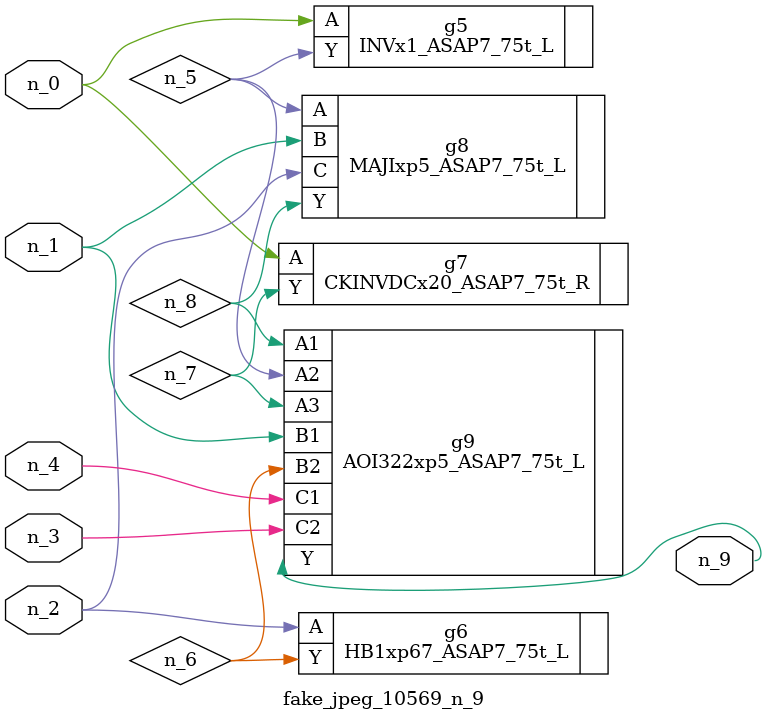
<source format=v>
module fake_jpeg_10569_n_9 (n_3, n_2, n_1, n_0, n_4, n_9);

input n_3;
input n_2;
input n_1;
input n_0;
input n_4;

output n_9;

wire n_8;
wire n_6;
wire n_5;
wire n_7;

INVx1_ASAP7_75t_L g5 ( 
.A(n_0),
.Y(n_5)
);

HB1xp67_ASAP7_75t_L g6 ( 
.A(n_2),
.Y(n_6)
);

CKINVDCx20_ASAP7_75t_R g7 ( 
.A(n_0),
.Y(n_7)
);

MAJIxp5_ASAP7_75t_L g8 ( 
.A(n_5),
.B(n_1),
.C(n_2),
.Y(n_8)
);

AOI322xp5_ASAP7_75t_L g9 ( 
.A1(n_8),
.A2(n_5),
.A3(n_7),
.B1(n_1),
.B2(n_6),
.C1(n_4),
.C2(n_3),
.Y(n_9)
);


endmodule
</source>
